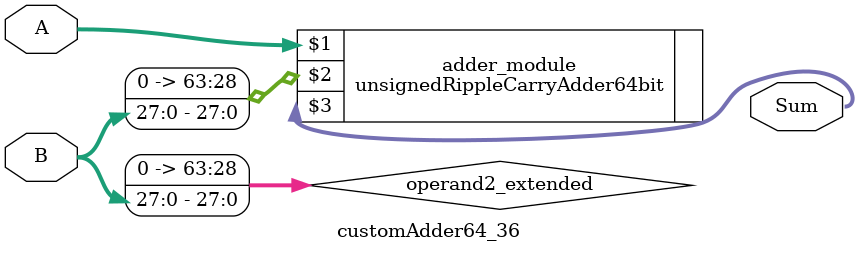
<source format=v>
module customAdder64_36(
                        input [63 : 0] A,
                        input [27 : 0] B,
                        
                        output [64 : 0] Sum
                );

        wire [63 : 0] operand2_extended;
        
        assign operand2_extended =  {36'b0, B};
        
        unsignedRippleCarryAdder64bit adder_module(
            A,
            operand2_extended,
            Sum
        );
        
        endmodule
        
</source>
